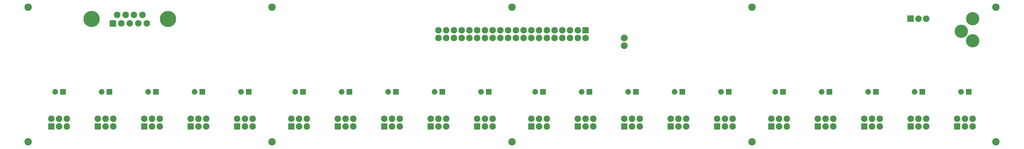
<source format=gts>
G04 MADE WITH FRITZING*
G04 WWW.FRITZING.ORG*
G04 DOUBLE SIDED*
G04 HOLES PLATED*
G04 CONTOUR ON CENTER OF CONTOUR VECTOR*
%ASAXBY*%
%FSLAX23Y23*%
%MOIN*%
%OFA0B0*%
%SFA1.0B1.0*%
%ADD10C,0.088000*%
%ADD11C,0.084000*%
%ADD12C,0.210000*%
%ADD13C,0.096614*%
%ADD14C,0.172000*%
%ADD15C,0.072992*%
%ADD16R,0.084000X0.084000*%
%ADD17R,0.072992X0.072992*%
%ADD18R,0.001000X0.001000*%
%LNMASK1*%
G90*
G70*
G54D10*
X7822Y1369D03*
X7822Y1469D03*
G54D11*
X1218Y1657D03*
X1327Y1657D03*
X1436Y1657D03*
X1545Y1657D03*
X1654Y1657D03*
X1272Y1769D03*
X1381Y1769D03*
X1490Y1769D03*
X1599Y1769D03*
G54D12*
X943Y1713D03*
X1928Y1713D03*
G54D11*
X1218Y1657D03*
X1327Y1657D03*
X1436Y1657D03*
X1545Y1657D03*
X1654Y1657D03*
X1272Y1769D03*
X1381Y1769D03*
X1490Y1769D03*
X1599Y1769D03*
G54D12*
X943Y1713D03*
X1928Y1713D03*
G54D11*
X12122Y419D03*
X12222Y419D03*
X12322Y419D03*
X12122Y319D03*
X12222Y319D03*
X12322Y319D03*
X11522Y419D03*
X11622Y419D03*
X11722Y419D03*
X11522Y319D03*
X11622Y319D03*
X11722Y319D03*
X9722Y419D03*
X9822Y419D03*
X9922Y419D03*
X9722Y319D03*
X9822Y319D03*
X9922Y319D03*
X10322Y419D03*
X10422Y419D03*
X10522Y419D03*
X10322Y319D03*
X10422Y319D03*
X10522Y319D03*
X9022Y419D03*
X9122Y419D03*
X9222Y419D03*
X9022Y319D03*
X9122Y319D03*
X9222Y319D03*
X7222Y419D03*
X7322Y419D03*
X7422Y419D03*
X7222Y319D03*
X7322Y319D03*
X7422Y319D03*
X10922Y419D03*
X11022Y419D03*
X11122Y419D03*
X10922Y319D03*
X11022Y319D03*
X11122Y319D03*
X6622Y419D03*
X6722Y419D03*
X6822Y419D03*
X6622Y319D03*
X6722Y319D03*
X6822Y319D03*
X7822Y419D03*
X7922Y419D03*
X8022Y419D03*
X7822Y319D03*
X7922Y319D03*
X8022Y319D03*
X8422Y419D03*
X8522Y419D03*
X8622Y419D03*
X8422Y319D03*
X8522Y319D03*
X8622Y319D03*
X5922Y419D03*
X6022Y419D03*
X6122Y419D03*
X5922Y319D03*
X6022Y319D03*
X6122Y319D03*
X4722Y419D03*
X4822Y419D03*
X4922Y419D03*
X4722Y319D03*
X4822Y319D03*
X4922Y319D03*
X5322Y419D03*
X5422Y419D03*
X5522Y419D03*
X5322Y319D03*
X5422Y319D03*
X5522Y319D03*
X4122Y419D03*
X4222Y419D03*
X4322Y419D03*
X4122Y319D03*
X4222Y319D03*
X4322Y319D03*
X2822Y419D03*
X2922Y419D03*
X3022Y419D03*
X2822Y319D03*
X2922Y319D03*
X3022Y319D03*
X3522Y419D03*
X3622Y419D03*
X3722Y419D03*
X3522Y319D03*
X3622Y319D03*
X3722Y319D03*
X2222Y419D03*
X2322Y419D03*
X2422Y419D03*
X2222Y319D03*
X2322Y319D03*
X2422Y319D03*
X1622Y419D03*
X1722Y419D03*
X1822Y419D03*
X1622Y319D03*
X1722Y319D03*
X1822Y319D03*
X1022Y419D03*
X1122Y419D03*
X1222Y419D03*
X1022Y319D03*
X1122Y319D03*
X1222Y319D03*
X422Y419D03*
X522Y419D03*
X622Y419D03*
X422Y319D03*
X522Y319D03*
X622Y319D03*
X7322Y1469D03*
X7222Y1469D03*
X7122Y1469D03*
X7022Y1469D03*
X6922Y1469D03*
X6822Y1469D03*
X6722Y1469D03*
X6622Y1469D03*
X6522Y1469D03*
X6422Y1469D03*
X6322Y1469D03*
X6222Y1469D03*
X6122Y1469D03*
X6022Y1469D03*
X5922Y1469D03*
X5822Y1469D03*
X5722Y1469D03*
X5622Y1469D03*
X5522Y1469D03*
X5422Y1469D03*
X7322Y1569D03*
X7222Y1569D03*
X7122Y1569D03*
X7022Y1569D03*
X6922Y1569D03*
X6822Y1569D03*
X6722Y1569D03*
X6622Y1569D03*
X6522Y1569D03*
X6422Y1569D03*
X6322Y1569D03*
X6222Y1569D03*
X6122Y1569D03*
X6022Y1569D03*
X5922Y1569D03*
X5822Y1569D03*
X5722Y1569D03*
X5622Y1569D03*
X5522Y1569D03*
X5422Y1569D03*
G54D13*
X122Y1869D03*
X122Y119D03*
X3272Y1869D03*
X3272Y119D03*
X12622Y119D03*
X12622Y1869D03*
X9472Y119D03*
X9472Y1869D03*
X6372Y119D03*
G54D14*
X12323Y1430D03*
X12322Y1719D03*
X12175Y1555D03*
X12323Y1430D03*
X12322Y1719D03*
X12175Y1555D03*
G54D11*
X11522Y1719D03*
X11622Y1719D03*
X11722Y1719D03*
X11522Y1719D03*
X11622Y1719D03*
X11722Y1719D03*
G54D13*
X6372Y1869D03*
G54D15*
X12271Y769D03*
X12172Y769D03*
X1171Y769D03*
X1072Y769D03*
X571Y769D03*
X472Y769D03*
X1771Y769D03*
X1672Y769D03*
X2371Y769D03*
X2272Y769D03*
X2971Y769D03*
X2872Y769D03*
X3671Y769D03*
X3572Y769D03*
X11671Y769D03*
X11572Y769D03*
X11071Y769D03*
X10972Y769D03*
X10471Y769D03*
X10372Y769D03*
X9871Y769D03*
X9772Y769D03*
X9171Y769D03*
X9072Y769D03*
X8571Y769D03*
X8472Y769D03*
X7971Y769D03*
X7872Y769D03*
X4271Y769D03*
X4172Y769D03*
X4871Y769D03*
X4772Y769D03*
X7371Y769D03*
X7272Y769D03*
X6771Y769D03*
X6672Y769D03*
X6071Y769D03*
X5972Y769D03*
X5471Y769D03*
X5372Y769D03*
G54D16*
X12122Y319D03*
X11522Y319D03*
X9722Y319D03*
X10322Y319D03*
X9022Y319D03*
X7222Y319D03*
X10922Y319D03*
X6622Y319D03*
X7822Y319D03*
X8422Y319D03*
X5922Y319D03*
X4722Y319D03*
X5322Y319D03*
X4122Y319D03*
X2822Y319D03*
X3522Y319D03*
X2222Y319D03*
X1622Y319D03*
X1022Y319D03*
X422Y319D03*
X7322Y1569D03*
G54D17*
X12271Y769D03*
X1171Y769D03*
X571Y769D03*
X1771Y769D03*
X2371Y769D03*
X2971Y769D03*
X3671Y769D03*
X11671Y769D03*
X11071Y769D03*
X10471Y769D03*
X9871Y769D03*
X9171Y769D03*
X8571Y769D03*
X7971Y769D03*
X4271Y769D03*
X4871Y769D03*
X7371Y769D03*
X6771Y769D03*
X6071Y769D03*
X5471Y769D03*
G54D18*
X11480Y1761D02*
X11563Y1761D01*
X11480Y1760D02*
X11563Y1760D01*
X11480Y1759D02*
X11563Y1759D01*
X11480Y1758D02*
X11563Y1758D01*
X11480Y1757D02*
X11563Y1757D01*
X11480Y1756D02*
X11563Y1756D01*
X11480Y1755D02*
X11563Y1755D01*
X11480Y1754D02*
X11563Y1754D01*
X11480Y1753D02*
X11563Y1753D01*
X11480Y1752D02*
X11563Y1752D01*
X11480Y1751D02*
X11563Y1751D01*
X11480Y1750D02*
X11563Y1750D01*
X11480Y1749D02*
X11563Y1749D01*
X11480Y1748D02*
X11563Y1748D01*
X11480Y1747D02*
X11563Y1747D01*
X11480Y1746D02*
X11563Y1746D01*
X11480Y1745D02*
X11563Y1745D01*
X11480Y1744D02*
X11563Y1744D01*
X11480Y1743D02*
X11563Y1743D01*
X11480Y1742D02*
X11563Y1742D01*
X11480Y1741D02*
X11563Y1741D01*
X11480Y1740D02*
X11563Y1740D01*
X11480Y1739D02*
X11563Y1739D01*
X11480Y1738D02*
X11563Y1738D01*
X11480Y1737D02*
X11563Y1737D01*
X11480Y1736D02*
X11563Y1736D01*
X11480Y1735D02*
X11563Y1735D01*
X11480Y1734D02*
X11516Y1734D01*
X11526Y1734D02*
X11563Y1734D01*
X11480Y1733D02*
X11513Y1733D01*
X11529Y1733D02*
X11563Y1733D01*
X11480Y1732D02*
X11512Y1732D01*
X11530Y1732D02*
X11563Y1732D01*
X11480Y1731D02*
X11510Y1731D01*
X11532Y1731D02*
X11563Y1731D01*
X11480Y1730D02*
X11509Y1730D01*
X11533Y1730D02*
X11563Y1730D01*
X11480Y1729D02*
X11509Y1729D01*
X11534Y1729D02*
X11563Y1729D01*
X11480Y1728D02*
X11508Y1728D01*
X11534Y1728D02*
X11563Y1728D01*
X11480Y1727D02*
X11507Y1727D01*
X11535Y1727D02*
X11563Y1727D01*
X11480Y1726D02*
X11507Y1726D01*
X11535Y1726D02*
X11563Y1726D01*
X11480Y1725D02*
X11506Y1725D01*
X11536Y1725D02*
X11563Y1725D01*
X11480Y1724D02*
X11506Y1724D01*
X11536Y1724D02*
X11563Y1724D01*
X11480Y1723D02*
X11506Y1723D01*
X11536Y1723D02*
X11563Y1723D01*
X11480Y1722D02*
X11506Y1722D01*
X11536Y1722D02*
X11563Y1722D01*
X11480Y1721D02*
X11506Y1721D01*
X11536Y1721D02*
X11563Y1721D01*
X11480Y1720D02*
X11506Y1720D01*
X11537Y1720D02*
X11563Y1720D01*
X11480Y1719D02*
X11506Y1719D01*
X11537Y1719D02*
X11563Y1719D01*
X11480Y1718D02*
X11506Y1718D01*
X11536Y1718D02*
X11563Y1718D01*
X11480Y1717D02*
X11506Y1717D01*
X11536Y1717D02*
X11563Y1717D01*
X11480Y1716D02*
X11506Y1716D01*
X11536Y1716D02*
X11563Y1716D01*
X11480Y1715D02*
X11506Y1715D01*
X11536Y1715D02*
X11563Y1715D01*
X11480Y1714D02*
X11506Y1714D01*
X11536Y1714D02*
X11563Y1714D01*
X11480Y1713D02*
X11507Y1713D01*
X11535Y1713D02*
X11563Y1713D01*
X11480Y1712D02*
X11507Y1712D01*
X11535Y1712D02*
X11563Y1712D01*
X11480Y1711D02*
X11508Y1711D01*
X11534Y1711D02*
X11563Y1711D01*
X11480Y1710D02*
X11509Y1710D01*
X11533Y1710D02*
X11563Y1710D01*
X11480Y1709D02*
X11509Y1709D01*
X11533Y1709D02*
X11563Y1709D01*
X11480Y1708D02*
X11511Y1708D01*
X11532Y1708D02*
X11563Y1708D01*
X11480Y1707D02*
X11512Y1707D01*
X11530Y1707D02*
X11563Y1707D01*
X11480Y1706D02*
X11514Y1706D01*
X11528Y1706D02*
X11563Y1706D01*
X11480Y1705D02*
X11517Y1705D01*
X11525Y1705D02*
X11563Y1705D01*
X11480Y1704D02*
X11563Y1704D01*
X11480Y1703D02*
X11563Y1703D01*
X11480Y1702D02*
X11563Y1702D01*
X11480Y1701D02*
X11563Y1701D01*
X11480Y1700D02*
X11563Y1700D01*
X1175Y1699D02*
X1258Y1699D01*
X11480Y1699D02*
X11563Y1699D01*
X1175Y1698D02*
X1258Y1698D01*
X11480Y1698D02*
X11563Y1698D01*
X1175Y1697D02*
X1258Y1697D01*
X11480Y1697D02*
X11563Y1697D01*
X1175Y1696D02*
X1258Y1696D01*
X11480Y1696D02*
X11563Y1696D01*
X1175Y1695D02*
X1258Y1695D01*
X11480Y1695D02*
X11563Y1695D01*
X1175Y1694D02*
X1258Y1694D01*
X11480Y1694D02*
X11563Y1694D01*
X1175Y1693D02*
X1258Y1693D01*
X11480Y1693D02*
X11563Y1693D01*
X1175Y1692D02*
X1258Y1692D01*
X11480Y1692D02*
X11563Y1692D01*
X1175Y1691D02*
X1258Y1691D01*
X11480Y1691D02*
X11563Y1691D01*
X1175Y1690D02*
X1258Y1690D01*
X11480Y1690D02*
X11563Y1690D01*
X1175Y1689D02*
X1258Y1689D01*
X11480Y1689D02*
X11563Y1689D01*
X1175Y1688D02*
X1258Y1688D01*
X11480Y1688D02*
X11563Y1688D01*
X1175Y1687D02*
X1258Y1687D01*
X11480Y1687D02*
X11563Y1687D01*
X1175Y1686D02*
X1258Y1686D01*
X11480Y1686D02*
X11563Y1686D01*
X1175Y1685D02*
X1258Y1685D01*
X11480Y1685D02*
X11563Y1685D01*
X1175Y1684D02*
X1258Y1684D01*
X11480Y1684D02*
X11563Y1684D01*
X1175Y1683D02*
X1258Y1683D01*
X11480Y1683D02*
X11563Y1683D01*
X1175Y1682D02*
X1258Y1682D01*
X11480Y1682D02*
X11563Y1682D01*
X1175Y1681D02*
X1258Y1681D01*
X11480Y1681D02*
X11563Y1681D01*
X1175Y1680D02*
X1258Y1680D01*
X11480Y1680D02*
X11563Y1680D01*
X1175Y1679D02*
X1258Y1679D01*
X11480Y1679D02*
X11563Y1679D01*
X1175Y1678D02*
X1258Y1678D01*
X11480Y1678D02*
X11563Y1678D01*
X1175Y1677D02*
X1258Y1677D01*
X1175Y1676D02*
X1258Y1676D01*
X1175Y1675D02*
X1258Y1675D01*
X1175Y1674D02*
X1258Y1674D01*
X1175Y1673D02*
X1258Y1673D01*
X1175Y1672D02*
X1211Y1672D01*
X1222Y1672D02*
X1258Y1672D01*
X1175Y1671D02*
X1209Y1671D01*
X1225Y1671D02*
X1258Y1671D01*
X1175Y1670D02*
X1207Y1670D01*
X1227Y1670D02*
X1258Y1670D01*
X1175Y1669D02*
X1206Y1669D01*
X1228Y1669D02*
X1258Y1669D01*
X1175Y1668D02*
X1205Y1668D01*
X1229Y1668D02*
X1258Y1668D01*
X1175Y1667D02*
X1204Y1667D01*
X1230Y1667D02*
X1258Y1667D01*
X1175Y1666D02*
X1204Y1666D01*
X1230Y1666D02*
X1258Y1666D01*
X1175Y1665D02*
X1203Y1665D01*
X1231Y1665D02*
X1258Y1665D01*
X1175Y1664D02*
X1203Y1664D01*
X1231Y1664D02*
X1258Y1664D01*
X1175Y1663D02*
X1202Y1663D01*
X1232Y1663D02*
X1258Y1663D01*
X1175Y1662D02*
X1202Y1662D01*
X1232Y1662D02*
X1258Y1662D01*
X1175Y1661D02*
X1202Y1661D01*
X1232Y1661D02*
X1258Y1661D01*
X1175Y1660D02*
X1202Y1660D01*
X1232Y1660D02*
X1258Y1660D01*
X1175Y1659D02*
X1202Y1659D01*
X1232Y1659D02*
X1258Y1659D01*
X1175Y1658D02*
X1201Y1658D01*
X1232Y1658D02*
X1258Y1658D01*
X1175Y1657D02*
X1201Y1657D01*
X1232Y1657D02*
X1258Y1657D01*
X1175Y1656D02*
X1202Y1656D01*
X1232Y1656D02*
X1258Y1656D01*
X1175Y1655D02*
X1202Y1655D01*
X1232Y1655D02*
X1258Y1655D01*
X1175Y1654D02*
X1202Y1654D01*
X1232Y1654D02*
X1258Y1654D01*
X1175Y1653D02*
X1202Y1653D01*
X1232Y1653D02*
X1258Y1653D01*
X1175Y1652D02*
X1202Y1652D01*
X1231Y1652D02*
X1258Y1652D01*
X1175Y1651D02*
X1203Y1651D01*
X1231Y1651D02*
X1258Y1651D01*
X1175Y1650D02*
X1203Y1650D01*
X1231Y1650D02*
X1258Y1650D01*
X1175Y1649D02*
X1204Y1649D01*
X1230Y1649D02*
X1258Y1649D01*
X1175Y1648D02*
X1205Y1648D01*
X1229Y1648D02*
X1258Y1648D01*
X1175Y1647D02*
X1206Y1647D01*
X1228Y1647D02*
X1258Y1647D01*
X1175Y1646D02*
X1207Y1646D01*
X1227Y1646D02*
X1258Y1646D01*
X1175Y1645D02*
X1208Y1645D01*
X1226Y1645D02*
X1258Y1645D01*
X1175Y1644D02*
X1210Y1644D01*
X1224Y1644D02*
X1258Y1644D01*
X1175Y1643D02*
X1214Y1643D01*
X1220Y1643D02*
X1258Y1643D01*
X1175Y1642D02*
X1258Y1642D01*
X1175Y1641D02*
X1258Y1641D01*
X1175Y1640D02*
X1258Y1640D01*
X1175Y1639D02*
X1258Y1639D01*
X1175Y1638D02*
X1258Y1638D01*
X1175Y1637D02*
X1258Y1637D01*
X1175Y1636D02*
X1258Y1636D01*
X1175Y1635D02*
X1258Y1635D01*
X1175Y1634D02*
X1258Y1634D01*
X1175Y1633D02*
X1258Y1633D01*
X1175Y1632D02*
X1258Y1632D01*
X1175Y1631D02*
X1258Y1631D01*
X1175Y1630D02*
X1258Y1630D01*
X1175Y1629D02*
X1258Y1629D01*
X1175Y1628D02*
X1258Y1628D01*
X1175Y1627D02*
X1258Y1627D01*
X1175Y1626D02*
X1258Y1626D01*
X1175Y1625D02*
X1258Y1625D01*
X1175Y1624D02*
X1258Y1624D01*
X1175Y1623D02*
X1258Y1623D01*
X1175Y1622D02*
X1258Y1622D01*
X1175Y1621D02*
X1258Y1621D01*
X1175Y1620D02*
X1258Y1620D01*
X1175Y1619D02*
X1258Y1619D01*
X1175Y1618D02*
X1258Y1618D01*
X1175Y1617D02*
X1258Y1617D01*
X1176Y1616D02*
X1258Y1616D01*
D02*
G04 End of Mask1*
M02*
</source>
